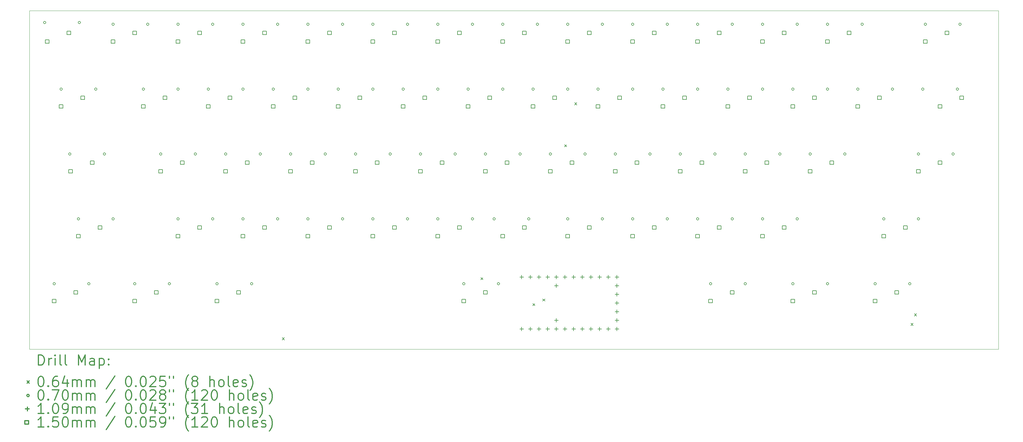
<source format=gbr>
%FSLAX45Y45*%
G04 Gerber Fmt 4.5, Leading zero omitted, Abs format (unit mm)*
G04 Created by KiCad (PCBNEW (2015-01-16 BZR 5376)-product) date 17/05/2015 19:03:44*
%MOMM*%
G01*
G04 APERTURE LIST*
%ADD10C,0.127000*%
%ADD11C,0.100000*%
%ADD12C,0.200000*%
%ADD13C,0.300000*%
G04 APERTURE END LIST*
D10*
D11*
X2753360Y-15509240D02*
X2788920Y-15509240D01*
X2753360Y-5567680D02*
X2753360Y-15509240D01*
X31175960Y-5567680D02*
X2753360Y-5567680D01*
X31175960Y-15509240D02*
X31175960Y-5567680D01*
X2794000Y-15509240D02*
X31175960Y-15509240D01*
D12*
X10168890Y-15172690D02*
X10232390Y-15236190D01*
X10232390Y-15172690D02*
X10168890Y-15236190D01*
X15995650Y-13409930D02*
X16059150Y-13473430D01*
X16059150Y-13409930D02*
X15995650Y-13473430D01*
X17519650Y-14171930D02*
X17583150Y-14235430D01*
X17583150Y-14171930D02*
X17519650Y-14235430D01*
X17809210Y-14034770D02*
X17872710Y-14098270D01*
X17872710Y-14034770D02*
X17809210Y-14098270D01*
X18449290Y-9503410D02*
X18512790Y-9566910D01*
X18512790Y-9503410D02*
X18449290Y-9566910D01*
X18743930Y-8274050D02*
X18807430Y-8337550D01*
X18807430Y-8274050D02*
X18743930Y-8337550D01*
X28609290Y-14751050D02*
X28672790Y-14814550D01*
X28672790Y-14751050D02*
X28609290Y-14814550D01*
X28710890Y-14471650D02*
X28774390Y-14535150D01*
X28774390Y-14471650D02*
X28710890Y-14535150D01*
X3235452Y-5918200D02*
G75*
G03X3235452Y-5918200I-35052J0D01*
G01*
X3514852Y-13589000D02*
G75*
G03X3514852Y-13589000I-35052J0D01*
G01*
X3718052Y-7874000D02*
G75*
G03X3718052Y-7874000I-35052J0D01*
G01*
X3972052Y-9779000D02*
G75*
G03X3972052Y-9779000I-35052J0D01*
G01*
X4226052Y-11684000D02*
G75*
G03X4226052Y-11684000I-35052J0D01*
G01*
X4251452Y-5918200D02*
G75*
G03X4251452Y-5918200I-35052J0D01*
G01*
X4530852Y-13589000D02*
G75*
G03X4530852Y-13589000I-35052J0D01*
G01*
X4734052Y-7874000D02*
G75*
G03X4734052Y-7874000I-35052J0D01*
G01*
X4988052Y-9779000D02*
G75*
G03X4988052Y-9779000I-35052J0D01*
G01*
X5242052Y-5969000D02*
G75*
G03X5242052Y-5969000I-35052J0D01*
G01*
X5242052Y-11684000D02*
G75*
G03X5242052Y-11684000I-35052J0D01*
G01*
X5877052Y-13589000D02*
G75*
G03X5877052Y-13589000I-35052J0D01*
G01*
X6131052Y-7874000D02*
G75*
G03X6131052Y-7874000I-35052J0D01*
G01*
X6258052Y-5969000D02*
G75*
G03X6258052Y-5969000I-35052J0D01*
G01*
X6639052Y-9779000D02*
G75*
G03X6639052Y-9779000I-35052J0D01*
G01*
X6893052Y-13589000D02*
G75*
G03X6893052Y-13589000I-35052J0D01*
G01*
X7147052Y-5969000D02*
G75*
G03X7147052Y-5969000I-35052J0D01*
G01*
X7147052Y-7874000D02*
G75*
G03X7147052Y-7874000I-35052J0D01*
G01*
X7147052Y-11684000D02*
G75*
G03X7147052Y-11684000I-35052J0D01*
G01*
X7655052Y-9779000D02*
G75*
G03X7655052Y-9779000I-35052J0D01*
G01*
X8036052Y-7874000D02*
G75*
G03X8036052Y-7874000I-35052J0D01*
G01*
X8163052Y-5969000D02*
G75*
G03X8163052Y-5969000I-35052J0D01*
G01*
X8163052Y-11684000D02*
G75*
G03X8163052Y-11684000I-35052J0D01*
G01*
X8290052Y-13589000D02*
G75*
G03X8290052Y-13589000I-35052J0D01*
G01*
X8544052Y-9779000D02*
G75*
G03X8544052Y-9779000I-35052J0D01*
G01*
X9052052Y-5969000D02*
G75*
G03X9052052Y-5969000I-35052J0D01*
G01*
X9052052Y-7874000D02*
G75*
G03X9052052Y-7874000I-35052J0D01*
G01*
X9052052Y-11684000D02*
G75*
G03X9052052Y-11684000I-35052J0D01*
G01*
X9306052Y-13589000D02*
G75*
G03X9306052Y-13589000I-35052J0D01*
G01*
X9560052Y-9779000D02*
G75*
G03X9560052Y-9779000I-35052J0D01*
G01*
X9941052Y-7874000D02*
G75*
G03X9941052Y-7874000I-35052J0D01*
G01*
X10068052Y-5969000D02*
G75*
G03X10068052Y-5969000I-35052J0D01*
G01*
X10068052Y-11684000D02*
G75*
G03X10068052Y-11684000I-35052J0D01*
G01*
X10449052Y-9779000D02*
G75*
G03X10449052Y-9779000I-35052J0D01*
G01*
X10957052Y-5969000D02*
G75*
G03X10957052Y-5969000I-35052J0D01*
G01*
X10957052Y-7874000D02*
G75*
G03X10957052Y-7874000I-35052J0D01*
G01*
X10957052Y-11684000D02*
G75*
G03X10957052Y-11684000I-35052J0D01*
G01*
X11465052Y-9779000D02*
G75*
G03X11465052Y-9779000I-35052J0D01*
G01*
X11846052Y-7874000D02*
G75*
G03X11846052Y-7874000I-35052J0D01*
G01*
X11973052Y-5969000D02*
G75*
G03X11973052Y-5969000I-35052J0D01*
G01*
X11973052Y-11684000D02*
G75*
G03X11973052Y-11684000I-35052J0D01*
G01*
X12354052Y-9779000D02*
G75*
G03X12354052Y-9779000I-35052J0D01*
G01*
X12862052Y-5969000D02*
G75*
G03X12862052Y-5969000I-35052J0D01*
G01*
X12862052Y-7874000D02*
G75*
G03X12862052Y-7874000I-35052J0D01*
G01*
X12862052Y-11684000D02*
G75*
G03X12862052Y-11684000I-35052J0D01*
G01*
X13370052Y-9779000D02*
G75*
G03X13370052Y-9779000I-35052J0D01*
G01*
X13751052Y-7874000D02*
G75*
G03X13751052Y-7874000I-35052J0D01*
G01*
X13878052Y-5969000D02*
G75*
G03X13878052Y-5969000I-35052J0D01*
G01*
X13878052Y-11684000D02*
G75*
G03X13878052Y-11684000I-35052J0D01*
G01*
X14259052Y-9779000D02*
G75*
G03X14259052Y-9779000I-35052J0D01*
G01*
X14767052Y-5969000D02*
G75*
G03X14767052Y-5969000I-35052J0D01*
G01*
X14767052Y-7874000D02*
G75*
G03X14767052Y-7874000I-35052J0D01*
G01*
X14767052Y-11684000D02*
G75*
G03X14767052Y-11684000I-35052J0D01*
G01*
X15275052Y-9779000D02*
G75*
G03X15275052Y-9779000I-35052J0D01*
G01*
X15529052Y-13589000D02*
G75*
G03X15529052Y-13589000I-35052J0D01*
G01*
X15656052Y-7874000D02*
G75*
G03X15656052Y-7874000I-35052J0D01*
G01*
X15783052Y-5969000D02*
G75*
G03X15783052Y-5969000I-35052J0D01*
G01*
X15783052Y-11684000D02*
G75*
G03X15783052Y-11684000I-35052J0D01*
G01*
X16164052Y-9779000D02*
G75*
G03X16164052Y-9779000I-35052J0D01*
G01*
X16418052Y-11684000D02*
G75*
G03X16418052Y-11684000I-35052J0D01*
G01*
X16545052Y-13589000D02*
G75*
G03X16545052Y-13589000I-35052J0D01*
G01*
X16672052Y-5969000D02*
G75*
G03X16672052Y-5969000I-35052J0D01*
G01*
X16672052Y-7874000D02*
G75*
G03X16672052Y-7874000I-35052J0D01*
G01*
X17180052Y-9779000D02*
G75*
G03X17180052Y-9779000I-35052J0D01*
G01*
X17434052Y-11684000D02*
G75*
G03X17434052Y-11684000I-35052J0D01*
G01*
X17561052Y-7874000D02*
G75*
G03X17561052Y-7874000I-35052J0D01*
G01*
X17688052Y-5969000D02*
G75*
G03X17688052Y-5969000I-35052J0D01*
G01*
X18069052Y-9779000D02*
G75*
G03X18069052Y-9779000I-35052J0D01*
G01*
X18577052Y-5969000D02*
G75*
G03X18577052Y-5969000I-35052J0D01*
G01*
X18577052Y-7874000D02*
G75*
G03X18577052Y-7874000I-35052J0D01*
G01*
X18577052Y-11684000D02*
G75*
G03X18577052Y-11684000I-35052J0D01*
G01*
X19085052Y-9779000D02*
G75*
G03X19085052Y-9779000I-35052J0D01*
G01*
X19466052Y-7874000D02*
G75*
G03X19466052Y-7874000I-35052J0D01*
G01*
X19593052Y-5969000D02*
G75*
G03X19593052Y-5969000I-35052J0D01*
G01*
X19593052Y-11684000D02*
G75*
G03X19593052Y-11684000I-35052J0D01*
G01*
X19974052Y-9779000D02*
G75*
G03X19974052Y-9779000I-35052J0D01*
G01*
X20482052Y-5969000D02*
G75*
G03X20482052Y-5969000I-35052J0D01*
G01*
X20482052Y-7874000D02*
G75*
G03X20482052Y-7874000I-35052J0D01*
G01*
X20482052Y-11684000D02*
G75*
G03X20482052Y-11684000I-35052J0D01*
G01*
X20990052Y-9779000D02*
G75*
G03X20990052Y-9779000I-35052J0D01*
G01*
X21371052Y-7874000D02*
G75*
G03X21371052Y-7874000I-35052J0D01*
G01*
X21498052Y-5969000D02*
G75*
G03X21498052Y-5969000I-35052J0D01*
G01*
X21498052Y-11684000D02*
G75*
G03X21498052Y-11684000I-35052J0D01*
G01*
X21879052Y-9779000D02*
G75*
G03X21879052Y-9779000I-35052J0D01*
G01*
X22387052Y-5969000D02*
G75*
G03X22387052Y-5969000I-35052J0D01*
G01*
X22387052Y-7874000D02*
G75*
G03X22387052Y-7874000I-35052J0D01*
G01*
X22387052Y-11684000D02*
G75*
G03X22387052Y-11684000I-35052J0D01*
G01*
X22768052Y-13589000D02*
G75*
G03X22768052Y-13589000I-35052J0D01*
G01*
X22895052Y-9779000D02*
G75*
G03X22895052Y-9779000I-35052J0D01*
G01*
X23276052Y-7874000D02*
G75*
G03X23276052Y-7874000I-35052J0D01*
G01*
X23403052Y-5969000D02*
G75*
G03X23403052Y-5969000I-35052J0D01*
G01*
X23403052Y-11684000D02*
G75*
G03X23403052Y-11684000I-35052J0D01*
G01*
X23784052Y-9779000D02*
G75*
G03X23784052Y-9779000I-35052J0D01*
G01*
X23784052Y-13589000D02*
G75*
G03X23784052Y-13589000I-35052J0D01*
G01*
X24292052Y-5969000D02*
G75*
G03X24292052Y-5969000I-35052J0D01*
G01*
X24292052Y-7874000D02*
G75*
G03X24292052Y-7874000I-35052J0D01*
G01*
X24292052Y-11684000D02*
G75*
G03X24292052Y-11684000I-35052J0D01*
G01*
X24800052Y-9779000D02*
G75*
G03X24800052Y-9779000I-35052J0D01*
G01*
X25181052Y-7874000D02*
G75*
G03X25181052Y-7874000I-35052J0D01*
G01*
X25181052Y-13589000D02*
G75*
G03X25181052Y-13589000I-35052J0D01*
G01*
X25308052Y-5969000D02*
G75*
G03X25308052Y-5969000I-35052J0D01*
G01*
X25308052Y-11684000D02*
G75*
G03X25308052Y-11684000I-35052J0D01*
G01*
X25689052Y-9779000D02*
G75*
G03X25689052Y-9779000I-35052J0D01*
G01*
X26197052Y-5969000D02*
G75*
G03X26197052Y-5969000I-35052J0D01*
G01*
X26197052Y-7874000D02*
G75*
G03X26197052Y-7874000I-35052J0D01*
G01*
X26197052Y-13589000D02*
G75*
G03X26197052Y-13589000I-35052J0D01*
G01*
X26705052Y-9779000D02*
G75*
G03X26705052Y-9779000I-35052J0D01*
G01*
X27086052Y-7874000D02*
G75*
G03X27086052Y-7874000I-35052J0D01*
G01*
X27213052Y-5969000D02*
G75*
G03X27213052Y-5969000I-35052J0D01*
G01*
X27594052Y-13589000D02*
G75*
G03X27594052Y-13589000I-35052J0D01*
G01*
X27848052Y-11684000D02*
G75*
G03X27848052Y-11684000I-35052J0D01*
G01*
X28102052Y-7874000D02*
G75*
G03X28102052Y-7874000I-35052J0D01*
G01*
X28610052Y-13589000D02*
G75*
G03X28610052Y-13589000I-35052J0D01*
G01*
X28864052Y-9779000D02*
G75*
G03X28864052Y-9779000I-35052J0D01*
G01*
X28864052Y-11684000D02*
G75*
G03X28864052Y-11684000I-35052J0D01*
G01*
X28991052Y-7874000D02*
G75*
G03X28991052Y-7874000I-35052J0D01*
G01*
X29067252Y-5969000D02*
G75*
G03X29067252Y-5969000I-35052J0D01*
G01*
X29880052Y-9779000D02*
G75*
G03X29880052Y-9779000I-35052J0D01*
G01*
X30007052Y-7874000D02*
G75*
G03X30007052Y-7874000I-35052J0D01*
G01*
X30083252Y-5969000D02*
G75*
G03X30083252Y-5969000I-35052J0D01*
G01*
X17190720Y-13336270D02*
X17190720Y-13445490D01*
X17136110Y-13390880D02*
X17245330Y-13390880D01*
X17190720Y-14860270D02*
X17190720Y-14969490D01*
X17136110Y-14914880D02*
X17245330Y-14914880D01*
X17444720Y-13336270D02*
X17444720Y-13445490D01*
X17390110Y-13390880D02*
X17499330Y-13390880D01*
X17444720Y-14860270D02*
X17444720Y-14969490D01*
X17390110Y-14914880D02*
X17499330Y-14914880D01*
X17698720Y-13336270D02*
X17698720Y-13445490D01*
X17644110Y-13390880D02*
X17753330Y-13390880D01*
X17698720Y-14860270D02*
X17698720Y-14969490D01*
X17644110Y-14914880D02*
X17753330Y-14914880D01*
X17952720Y-13336270D02*
X17952720Y-13445490D01*
X17898110Y-13390880D02*
X18007330Y-13390880D01*
X17952720Y-14860270D02*
X17952720Y-14969490D01*
X17898110Y-14914880D02*
X18007330Y-14914880D01*
X18206720Y-13336270D02*
X18206720Y-13445490D01*
X18152110Y-13390880D02*
X18261330Y-13390880D01*
X18206720Y-13590270D02*
X18206720Y-13699490D01*
X18152110Y-13644880D02*
X18261330Y-13644880D01*
X18206720Y-14606270D02*
X18206720Y-14715490D01*
X18152110Y-14660880D02*
X18261330Y-14660880D01*
X18206720Y-14860270D02*
X18206720Y-14969490D01*
X18152110Y-14914880D02*
X18261330Y-14914880D01*
X18460720Y-13336270D02*
X18460720Y-13445490D01*
X18406110Y-13390880D02*
X18515330Y-13390880D01*
X18460720Y-14860270D02*
X18460720Y-14969490D01*
X18406110Y-14914880D02*
X18515330Y-14914880D01*
X18714720Y-13336270D02*
X18714720Y-13445490D01*
X18660110Y-13390880D02*
X18769330Y-13390880D01*
X18714720Y-14860270D02*
X18714720Y-14969490D01*
X18660110Y-14914880D02*
X18769330Y-14914880D01*
X18968720Y-13336270D02*
X18968720Y-13445490D01*
X18914110Y-13390880D02*
X19023330Y-13390880D01*
X18968720Y-14860270D02*
X18968720Y-14969490D01*
X18914110Y-14914880D02*
X19023330Y-14914880D01*
X19222720Y-13336270D02*
X19222720Y-13445490D01*
X19168110Y-13390880D02*
X19277330Y-13390880D01*
X19222720Y-14860270D02*
X19222720Y-14969490D01*
X19168110Y-14914880D02*
X19277330Y-14914880D01*
X19476720Y-13336270D02*
X19476720Y-13445490D01*
X19422110Y-13390880D02*
X19531330Y-13390880D01*
X19476720Y-14860270D02*
X19476720Y-14969490D01*
X19422110Y-14914880D02*
X19531330Y-14914880D01*
X19730720Y-13336270D02*
X19730720Y-13445490D01*
X19676110Y-13390880D02*
X19785330Y-13390880D01*
X19730720Y-14860270D02*
X19730720Y-14969490D01*
X19676110Y-14914880D02*
X19785330Y-14914880D01*
X19984720Y-13336270D02*
X19984720Y-13445490D01*
X19930110Y-13390880D02*
X20039330Y-13390880D01*
X19984720Y-13590270D02*
X19984720Y-13699490D01*
X19930110Y-13644880D02*
X20039330Y-13644880D01*
X19984720Y-13844270D02*
X19984720Y-13953490D01*
X19930110Y-13898880D02*
X20039330Y-13898880D01*
X19984720Y-14098270D02*
X19984720Y-14207490D01*
X19930110Y-14152880D02*
X20039330Y-14152880D01*
X19984720Y-14352270D02*
X19984720Y-14461490D01*
X19930110Y-14406880D02*
X20039330Y-14406880D01*
X19984720Y-14606270D02*
X19984720Y-14715490D01*
X19930110Y-14660880D02*
X20039330Y-14660880D01*
X19984720Y-14860270D02*
X19984720Y-14969490D01*
X19930110Y-14914880D02*
X20039330Y-14914880D01*
X3329584Y-6529984D02*
X3329584Y-6424016D01*
X3223616Y-6424016D01*
X3223616Y-6529984D01*
X3329584Y-6529984D01*
X3532784Y-14149984D02*
X3532784Y-14044016D01*
X3426816Y-14044016D01*
X3426816Y-14149984D01*
X3532784Y-14149984D01*
X3735984Y-8434984D02*
X3735984Y-8329016D01*
X3630016Y-8329016D01*
X3630016Y-8434984D01*
X3735984Y-8434984D01*
X3964584Y-6275984D02*
X3964584Y-6170016D01*
X3858616Y-6170016D01*
X3858616Y-6275984D01*
X3964584Y-6275984D01*
X4015384Y-10339984D02*
X4015384Y-10234016D01*
X3909416Y-10234016D01*
X3909416Y-10339984D01*
X4015384Y-10339984D01*
X4167784Y-13895984D02*
X4167784Y-13790016D01*
X4061816Y-13790016D01*
X4061816Y-13895984D01*
X4167784Y-13895984D01*
X4243984Y-12244984D02*
X4243984Y-12139016D01*
X4138016Y-12139016D01*
X4138016Y-12244984D01*
X4243984Y-12244984D01*
X4370984Y-8180984D02*
X4370984Y-8075016D01*
X4265016Y-8075016D01*
X4265016Y-8180984D01*
X4370984Y-8180984D01*
X4650384Y-10085984D02*
X4650384Y-9980016D01*
X4544416Y-9980016D01*
X4544416Y-10085984D01*
X4650384Y-10085984D01*
X4878984Y-11990984D02*
X4878984Y-11885016D01*
X4773016Y-11885016D01*
X4773016Y-11990984D01*
X4878984Y-11990984D01*
X5259984Y-6529984D02*
X5259984Y-6424016D01*
X5154016Y-6424016D01*
X5154016Y-6529984D01*
X5259984Y-6529984D01*
X5894984Y-6275984D02*
X5894984Y-6170016D01*
X5789016Y-6170016D01*
X5789016Y-6275984D01*
X5894984Y-6275984D01*
X5894984Y-14149984D02*
X5894984Y-14044016D01*
X5789016Y-14044016D01*
X5789016Y-14149984D01*
X5894984Y-14149984D01*
X6148984Y-8434984D02*
X6148984Y-8329016D01*
X6043016Y-8329016D01*
X6043016Y-8434984D01*
X6148984Y-8434984D01*
X6529984Y-13895984D02*
X6529984Y-13790016D01*
X6424016Y-13790016D01*
X6424016Y-13895984D01*
X6529984Y-13895984D01*
X6656984Y-10339984D02*
X6656984Y-10234016D01*
X6551016Y-10234016D01*
X6551016Y-10339984D01*
X6656984Y-10339984D01*
X6783984Y-8180984D02*
X6783984Y-8075016D01*
X6678016Y-8075016D01*
X6678016Y-8180984D01*
X6783984Y-8180984D01*
X7164984Y-6529984D02*
X7164984Y-6424016D01*
X7059016Y-6424016D01*
X7059016Y-6529984D01*
X7164984Y-6529984D01*
X7164984Y-12244984D02*
X7164984Y-12139016D01*
X7059016Y-12139016D01*
X7059016Y-12244984D01*
X7164984Y-12244984D01*
X7291984Y-10085984D02*
X7291984Y-9980016D01*
X7186016Y-9980016D01*
X7186016Y-10085984D01*
X7291984Y-10085984D01*
X7799984Y-6275984D02*
X7799984Y-6170016D01*
X7694016Y-6170016D01*
X7694016Y-6275984D01*
X7799984Y-6275984D01*
X7799984Y-11990984D02*
X7799984Y-11885016D01*
X7694016Y-11885016D01*
X7694016Y-11990984D01*
X7799984Y-11990984D01*
X8053984Y-8434984D02*
X8053984Y-8329016D01*
X7948016Y-8329016D01*
X7948016Y-8434984D01*
X8053984Y-8434984D01*
X8307984Y-14149984D02*
X8307984Y-14044016D01*
X8202016Y-14044016D01*
X8202016Y-14149984D01*
X8307984Y-14149984D01*
X8561984Y-10339984D02*
X8561984Y-10234016D01*
X8456016Y-10234016D01*
X8456016Y-10339984D01*
X8561984Y-10339984D01*
X8688984Y-8180984D02*
X8688984Y-8075016D01*
X8583016Y-8075016D01*
X8583016Y-8180984D01*
X8688984Y-8180984D01*
X8942984Y-13895984D02*
X8942984Y-13790016D01*
X8837016Y-13790016D01*
X8837016Y-13895984D01*
X8942984Y-13895984D01*
X9069984Y-6529984D02*
X9069984Y-6424016D01*
X8964016Y-6424016D01*
X8964016Y-6529984D01*
X9069984Y-6529984D01*
X9069984Y-12244984D02*
X9069984Y-12139016D01*
X8964016Y-12139016D01*
X8964016Y-12244984D01*
X9069984Y-12244984D01*
X9196984Y-10085984D02*
X9196984Y-9980016D01*
X9091016Y-9980016D01*
X9091016Y-10085984D01*
X9196984Y-10085984D01*
X9704984Y-6275984D02*
X9704984Y-6170016D01*
X9599016Y-6170016D01*
X9599016Y-6275984D01*
X9704984Y-6275984D01*
X9704984Y-11990984D02*
X9704984Y-11885016D01*
X9599016Y-11885016D01*
X9599016Y-11990984D01*
X9704984Y-11990984D01*
X9958984Y-8434984D02*
X9958984Y-8329016D01*
X9853016Y-8329016D01*
X9853016Y-8434984D01*
X9958984Y-8434984D01*
X10466984Y-10339984D02*
X10466984Y-10234016D01*
X10361016Y-10234016D01*
X10361016Y-10339984D01*
X10466984Y-10339984D01*
X10593984Y-8180984D02*
X10593984Y-8075016D01*
X10488016Y-8075016D01*
X10488016Y-8180984D01*
X10593984Y-8180984D01*
X10974984Y-6529984D02*
X10974984Y-6424016D01*
X10869016Y-6424016D01*
X10869016Y-6529984D01*
X10974984Y-6529984D01*
X10974984Y-12244984D02*
X10974984Y-12139016D01*
X10869016Y-12139016D01*
X10869016Y-12244984D01*
X10974984Y-12244984D01*
X11101984Y-10085984D02*
X11101984Y-9980016D01*
X10996016Y-9980016D01*
X10996016Y-10085984D01*
X11101984Y-10085984D01*
X11609984Y-6275984D02*
X11609984Y-6170016D01*
X11504016Y-6170016D01*
X11504016Y-6275984D01*
X11609984Y-6275984D01*
X11609984Y-11990984D02*
X11609984Y-11885016D01*
X11504016Y-11885016D01*
X11504016Y-11990984D01*
X11609984Y-11990984D01*
X11863984Y-8434984D02*
X11863984Y-8329016D01*
X11758016Y-8329016D01*
X11758016Y-8434984D01*
X11863984Y-8434984D01*
X12371984Y-10339984D02*
X12371984Y-10234016D01*
X12266016Y-10234016D01*
X12266016Y-10339984D01*
X12371984Y-10339984D01*
X12498984Y-8180984D02*
X12498984Y-8075016D01*
X12393016Y-8075016D01*
X12393016Y-8180984D01*
X12498984Y-8180984D01*
X12879984Y-6529984D02*
X12879984Y-6424016D01*
X12774016Y-6424016D01*
X12774016Y-6529984D01*
X12879984Y-6529984D01*
X12879984Y-12244984D02*
X12879984Y-12139016D01*
X12774016Y-12139016D01*
X12774016Y-12244984D01*
X12879984Y-12244984D01*
X13006984Y-10085984D02*
X13006984Y-9980016D01*
X12901016Y-9980016D01*
X12901016Y-10085984D01*
X13006984Y-10085984D01*
X13514984Y-6275984D02*
X13514984Y-6170016D01*
X13409016Y-6170016D01*
X13409016Y-6275984D01*
X13514984Y-6275984D01*
X13514984Y-11990984D02*
X13514984Y-11885016D01*
X13409016Y-11885016D01*
X13409016Y-11990984D01*
X13514984Y-11990984D01*
X13768984Y-8434984D02*
X13768984Y-8329016D01*
X13663016Y-8329016D01*
X13663016Y-8434984D01*
X13768984Y-8434984D01*
X14276984Y-10339984D02*
X14276984Y-10234016D01*
X14171016Y-10234016D01*
X14171016Y-10339984D01*
X14276984Y-10339984D01*
X14403984Y-8180984D02*
X14403984Y-8075016D01*
X14298016Y-8075016D01*
X14298016Y-8180984D01*
X14403984Y-8180984D01*
X14784984Y-6529984D02*
X14784984Y-6424016D01*
X14679016Y-6424016D01*
X14679016Y-6529984D01*
X14784984Y-6529984D01*
X14784984Y-12244984D02*
X14784984Y-12139016D01*
X14679016Y-12139016D01*
X14679016Y-12244984D01*
X14784984Y-12244984D01*
X14911984Y-10085984D02*
X14911984Y-9980016D01*
X14806016Y-9980016D01*
X14806016Y-10085984D01*
X14911984Y-10085984D01*
X15419984Y-6275984D02*
X15419984Y-6170016D01*
X15314016Y-6170016D01*
X15314016Y-6275984D01*
X15419984Y-6275984D01*
X15419984Y-11990984D02*
X15419984Y-11885016D01*
X15314016Y-11885016D01*
X15314016Y-11990984D01*
X15419984Y-11990984D01*
X15546984Y-14149984D02*
X15546984Y-14044016D01*
X15441016Y-14044016D01*
X15441016Y-14149984D01*
X15546984Y-14149984D01*
X15673984Y-8434984D02*
X15673984Y-8329016D01*
X15568016Y-8329016D01*
X15568016Y-8434984D01*
X15673984Y-8434984D01*
X16181984Y-10339984D02*
X16181984Y-10234016D01*
X16076016Y-10234016D01*
X16076016Y-10339984D01*
X16181984Y-10339984D01*
X16181984Y-13895984D02*
X16181984Y-13790016D01*
X16076016Y-13790016D01*
X16076016Y-13895984D01*
X16181984Y-13895984D01*
X16308984Y-8180984D02*
X16308984Y-8075016D01*
X16203016Y-8075016D01*
X16203016Y-8180984D01*
X16308984Y-8180984D01*
X16689984Y-6529984D02*
X16689984Y-6424016D01*
X16584016Y-6424016D01*
X16584016Y-6529984D01*
X16689984Y-6529984D01*
X16689984Y-12244984D02*
X16689984Y-12139016D01*
X16584016Y-12139016D01*
X16584016Y-12244984D01*
X16689984Y-12244984D01*
X16816984Y-10085984D02*
X16816984Y-9980016D01*
X16711016Y-9980016D01*
X16711016Y-10085984D01*
X16816984Y-10085984D01*
X17324984Y-6275984D02*
X17324984Y-6170016D01*
X17219016Y-6170016D01*
X17219016Y-6275984D01*
X17324984Y-6275984D01*
X17324984Y-11990984D02*
X17324984Y-11885016D01*
X17219016Y-11885016D01*
X17219016Y-11990984D01*
X17324984Y-11990984D01*
X17578984Y-8434984D02*
X17578984Y-8329016D01*
X17473016Y-8329016D01*
X17473016Y-8434984D01*
X17578984Y-8434984D01*
X18086984Y-10339984D02*
X18086984Y-10234016D01*
X17981016Y-10234016D01*
X17981016Y-10339984D01*
X18086984Y-10339984D01*
X18213984Y-8180984D02*
X18213984Y-8075016D01*
X18108016Y-8075016D01*
X18108016Y-8180984D01*
X18213984Y-8180984D01*
X18594984Y-6529984D02*
X18594984Y-6424016D01*
X18489016Y-6424016D01*
X18489016Y-6529984D01*
X18594984Y-6529984D01*
X18594984Y-12244984D02*
X18594984Y-12139016D01*
X18489016Y-12139016D01*
X18489016Y-12244984D01*
X18594984Y-12244984D01*
X18721984Y-10085984D02*
X18721984Y-9980016D01*
X18616016Y-9980016D01*
X18616016Y-10085984D01*
X18721984Y-10085984D01*
X19229984Y-6275984D02*
X19229984Y-6170016D01*
X19124016Y-6170016D01*
X19124016Y-6275984D01*
X19229984Y-6275984D01*
X19229984Y-11990984D02*
X19229984Y-11885016D01*
X19124016Y-11885016D01*
X19124016Y-11990984D01*
X19229984Y-11990984D01*
X19483984Y-8434984D02*
X19483984Y-8329016D01*
X19378016Y-8329016D01*
X19378016Y-8434984D01*
X19483984Y-8434984D01*
X19991984Y-10339984D02*
X19991984Y-10234016D01*
X19886016Y-10234016D01*
X19886016Y-10339984D01*
X19991984Y-10339984D01*
X20118984Y-8180984D02*
X20118984Y-8075016D01*
X20013016Y-8075016D01*
X20013016Y-8180984D01*
X20118984Y-8180984D01*
X20499984Y-6529984D02*
X20499984Y-6424016D01*
X20394016Y-6424016D01*
X20394016Y-6529984D01*
X20499984Y-6529984D01*
X20499984Y-12244984D02*
X20499984Y-12139016D01*
X20394016Y-12139016D01*
X20394016Y-12244984D01*
X20499984Y-12244984D01*
X20626984Y-10085984D02*
X20626984Y-9980016D01*
X20521016Y-9980016D01*
X20521016Y-10085984D01*
X20626984Y-10085984D01*
X21134984Y-6275984D02*
X21134984Y-6170016D01*
X21029016Y-6170016D01*
X21029016Y-6275984D01*
X21134984Y-6275984D01*
X21134984Y-11990984D02*
X21134984Y-11885016D01*
X21029016Y-11885016D01*
X21029016Y-11990984D01*
X21134984Y-11990984D01*
X21388984Y-8434984D02*
X21388984Y-8329016D01*
X21283016Y-8329016D01*
X21283016Y-8434984D01*
X21388984Y-8434984D01*
X21896984Y-10339984D02*
X21896984Y-10234016D01*
X21791016Y-10234016D01*
X21791016Y-10339984D01*
X21896984Y-10339984D01*
X22023984Y-8180984D02*
X22023984Y-8075016D01*
X21918016Y-8075016D01*
X21918016Y-8180984D01*
X22023984Y-8180984D01*
X22404984Y-6529984D02*
X22404984Y-6424016D01*
X22299016Y-6424016D01*
X22299016Y-6529984D01*
X22404984Y-6529984D01*
X22404984Y-12244984D02*
X22404984Y-12139016D01*
X22299016Y-12139016D01*
X22299016Y-12244984D01*
X22404984Y-12244984D01*
X22531984Y-10085984D02*
X22531984Y-9980016D01*
X22426016Y-9980016D01*
X22426016Y-10085984D01*
X22531984Y-10085984D01*
X22785984Y-14149984D02*
X22785984Y-14044016D01*
X22680016Y-14044016D01*
X22680016Y-14149984D01*
X22785984Y-14149984D01*
X23039984Y-6275984D02*
X23039984Y-6170016D01*
X22934016Y-6170016D01*
X22934016Y-6275984D01*
X23039984Y-6275984D01*
X23039984Y-11990984D02*
X23039984Y-11885016D01*
X22934016Y-11885016D01*
X22934016Y-11990984D01*
X23039984Y-11990984D01*
X23293984Y-8434984D02*
X23293984Y-8329016D01*
X23188016Y-8329016D01*
X23188016Y-8434984D01*
X23293984Y-8434984D01*
X23420984Y-13895984D02*
X23420984Y-13790016D01*
X23315016Y-13790016D01*
X23315016Y-13895984D01*
X23420984Y-13895984D01*
X23801984Y-10339984D02*
X23801984Y-10234016D01*
X23696016Y-10234016D01*
X23696016Y-10339984D01*
X23801984Y-10339984D01*
X23928984Y-8180984D02*
X23928984Y-8075016D01*
X23823016Y-8075016D01*
X23823016Y-8180984D01*
X23928984Y-8180984D01*
X24309984Y-6529984D02*
X24309984Y-6424016D01*
X24204016Y-6424016D01*
X24204016Y-6529984D01*
X24309984Y-6529984D01*
X24309984Y-12244984D02*
X24309984Y-12139016D01*
X24204016Y-12139016D01*
X24204016Y-12244984D01*
X24309984Y-12244984D01*
X24436984Y-10085984D02*
X24436984Y-9980016D01*
X24331016Y-9980016D01*
X24331016Y-10085984D01*
X24436984Y-10085984D01*
X24944984Y-6275984D02*
X24944984Y-6170016D01*
X24839016Y-6170016D01*
X24839016Y-6275984D01*
X24944984Y-6275984D01*
X24944984Y-11990984D02*
X24944984Y-11885016D01*
X24839016Y-11885016D01*
X24839016Y-11990984D01*
X24944984Y-11990984D01*
X25198984Y-8434984D02*
X25198984Y-8329016D01*
X25093016Y-8329016D01*
X25093016Y-8434984D01*
X25198984Y-8434984D01*
X25198984Y-14149984D02*
X25198984Y-14044016D01*
X25093016Y-14044016D01*
X25093016Y-14149984D01*
X25198984Y-14149984D01*
X25706984Y-10339984D02*
X25706984Y-10234016D01*
X25601016Y-10234016D01*
X25601016Y-10339984D01*
X25706984Y-10339984D01*
X25833984Y-8180984D02*
X25833984Y-8075016D01*
X25728016Y-8075016D01*
X25728016Y-8180984D01*
X25833984Y-8180984D01*
X25833984Y-13895984D02*
X25833984Y-13790016D01*
X25728016Y-13790016D01*
X25728016Y-13895984D01*
X25833984Y-13895984D01*
X26214984Y-6529984D02*
X26214984Y-6424016D01*
X26109016Y-6424016D01*
X26109016Y-6529984D01*
X26214984Y-6529984D01*
X26341984Y-10085984D02*
X26341984Y-9980016D01*
X26236016Y-9980016D01*
X26236016Y-10085984D01*
X26341984Y-10085984D01*
X26849984Y-6275984D02*
X26849984Y-6170016D01*
X26744016Y-6170016D01*
X26744016Y-6275984D01*
X26849984Y-6275984D01*
X27103984Y-8434984D02*
X27103984Y-8329016D01*
X26998016Y-8329016D01*
X26998016Y-8434984D01*
X27103984Y-8434984D01*
X27611984Y-14149984D02*
X27611984Y-14044016D01*
X27506016Y-14044016D01*
X27506016Y-14149984D01*
X27611984Y-14149984D01*
X27738984Y-8180984D02*
X27738984Y-8075016D01*
X27633016Y-8075016D01*
X27633016Y-8180984D01*
X27738984Y-8180984D01*
X27865984Y-12244984D02*
X27865984Y-12139016D01*
X27760016Y-12139016D01*
X27760016Y-12244984D01*
X27865984Y-12244984D01*
X28246984Y-13895984D02*
X28246984Y-13790016D01*
X28141016Y-13790016D01*
X28141016Y-13895984D01*
X28246984Y-13895984D01*
X28500984Y-11990984D02*
X28500984Y-11885016D01*
X28395016Y-11885016D01*
X28395016Y-11990984D01*
X28500984Y-11990984D01*
X28881984Y-10339984D02*
X28881984Y-10234016D01*
X28776016Y-10234016D01*
X28776016Y-10339984D01*
X28881984Y-10339984D01*
X29085184Y-6529984D02*
X29085184Y-6424016D01*
X28979216Y-6424016D01*
X28979216Y-6529984D01*
X29085184Y-6529984D01*
X29516984Y-8434984D02*
X29516984Y-8329016D01*
X29411016Y-8329016D01*
X29411016Y-8434984D01*
X29516984Y-8434984D01*
X29516984Y-10085984D02*
X29516984Y-9980016D01*
X29411016Y-9980016D01*
X29411016Y-10085984D01*
X29516984Y-10085984D01*
X29720184Y-6275984D02*
X29720184Y-6170016D01*
X29614216Y-6170016D01*
X29614216Y-6275984D01*
X29720184Y-6275984D01*
X30151984Y-8180984D02*
X30151984Y-8075016D01*
X30046016Y-8075016D01*
X30046016Y-8180984D01*
X30151984Y-8180984D01*
D13*
X3019788Y-15979954D02*
X3019788Y-15679954D01*
X3091217Y-15679954D01*
X3134074Y-15694240D01*
X3162646Y-15722811D01*
X3176931Y-15751383D01*
X3191217Y-15808526D01*
X3191217Y-15851383D01*
X3176931Y-15908526D01*
X3162646Y-15937097D01*
X3134074Y-15965669D01*
X3091217Y-15979954D01*
X3019788Y-15979954D01*
X3319788Y-15979954D02*
X3319788Y-15779954D01*
X3319788Y-15837097D02*
X3334074Y-15808526D01*
X3348360Y-15794240D01*
X3376931Y-15779954D01*
X3405503Y-15779954D01*
X3505503Y-15979954D02*
X3505503Y-15779954D01*
X3505503Y-15679954D02*
X3491217Y-15694240D01*
X3505503Y-15708526D01*
X3519788Y-15694240D01*
X3505503Y-15679954D01*
X3505503Y-15708526D01*
X3691217Y-15979954D02*
X3662646Y-15965669D01*
X3648360Y-15937097D01*
X3648360Y-15679954D01*
X3848360Y-15979954D02*
X3819788Y-15965669D01*
X3805503Y-15937097D01*
X3805503Y-15679954D01*
X4191217Y-15979954D02*
X4191217Y-15679954D01*
X4291217Y-15894240D01*
X4391217Y-15679954D01*
X4391217Y-15979954D01*
X4662646Y-15979954D02*
X4662646Y-15822811D01*
X4648360Y-15794240D01*
X4619789Y-15779954D01*
X4562646Y-15779954D01*
X4534074Y-15794240D01*
X4662646Y-15965669D02*
X4634074Y-15979954D01*
X4562646Y-15979954D01*
X4534074Y-15965669D01*
X4519789Y-15937097D01*
X4519789Y-15908526D01*
X4534074Y-15879954D01*
X4562646Y-15865669D01*
X4634074Y-15865669D01*
X4662646Y-15851383D01*
X4805503Y-15779954D02*
X4805503Y-16079954D01*
X4805503Y-15794240D02*
X4834074Y-15779954D01*
X4891217Y-15779954D01*
X4919789Y-15794240D01*
X4934074Y-15808526D01*
X4948360Y-15837097D01*
X4948360Y-15922811D01*
X4934074Y-15951383D01*
X4919789Y-15965669D01*
X4891217Y-15979954D01*
X4834074Y-15979954D01*
X4805503Y-15965669D01*
X5076931Y-15951383D02*
X5091217Y-15965669D01*
X5076931Y-15979954D01*
X5062646Y-15965669D01*
X5076931Y-15951383D01*
X5076931Y-15979954D01*
X5076931Y-15794240D02*
X5091217Y-15808526D01*
X5076931Y-15822811D01*
X5062646Y-15808526D01*
X5076931Y-15794240D01*
X5076931Y-15822811D01*
X2684860Y-16442490D02*
X2748360Y-16505990D01*
X2748360Y-16442490D02*
X2684860Y-16505990D01*
X3076931Y-16309954D02*
X3105503Y-16309954D01*
X3134074Y-16324240D01*
X3148360Y-16338526D01*
X3162646Y-16367097D01*
X3176931Y-16424240D01*
X3176931Y-16495669D01*
X3162646Y-16552811D01*
X3148360Y-16581383D01*
X3134074Y-16595669D01*
X3105503Y-16609954D01*
X3076931Y-16609954D01*
X3048360Y-16595669D01*
X3034074Y-16581383D01*
X3019788Y-16552811D01*
X3005503Y-16495669D01*
X3005503Y-16424240D01*
X3019788Y-16367097D01*
X3034074Y-16338526D01*
X3048360Y-16324240D01*
X3076931Y-16309954D01*
X3305503Y-16581383D02*
X3319788Y-16595669D01*
X3305503Y-16609954D01*
X3291217Y-16595669D01*
X3305503Y-16581383D01*
X3305503Y-16609954D01*
X3576931Y-16309954D02*
X3519788Y-16309954D01*
X3491217Y-16324240D01*
X3476931Y-16338526D01*
X3448360Y-16381383D01*
X3434074Y-16438526D01*
X3434074Y-16552811D01*
X3448360Y-16581383D01*
X3462646Y-16595669D01*
X3491217Y-16609954D01*
X3548360Y-16609954D01*
X3576931Y-16595669D01*
X3591217Y-16581383D01*
X3605503Y-16552811D01*
X3605503Y-16481383D01*
X3591217Y-16452811D01*
X3576931Y-16438526D01*
X3548360Y-16424240D01*
X3491217Y-16424240D01*
X3462646Y-16438526D01*
X3448360Y-16452811D01*
X3434074Y-16481383D01*
X3862646Y-16409954D02*
X3862646Y-16609954D01*
X3791217Y-16295669D02*
X3719788Y-16509954D01*
X3905503Y-16509954D01*
X4019788Y-16609954D02*
X4019788Y-16409954D01*
X4019788Y-16438526D02*
X4034074Y-16424240D01*
X4062646Y-16409954D01*
X4105503Y-16409954D01*
X4134074Y-16424240D01*
X4148360Y-16452811D01*
X4148360Y-16609954D01*
X4148360Y-16452811D02*
X4162646Y-16424240D01*
X4191217Y-16409954D01*
X4234074Y-16409954D01*
X4262646Y-16424240D01*
X4276931Y-16452811D01*
X4276931Y-16609954D01*
X4419789Y-16609954D02*
X4419789Y-16409954D01*
X4419789Y-16438526D02*
X4434074Y-16424240D01*
X4462646Y-16409954D01*
X4505503Y-16409954D01*
X4534074Y-16424240D01*
X4548360Y-16452811D01*
X4548360Y-16609954D01*
X4548360Y-16452811D02*
X4562646Y-16424240D01*
X4591217Y-16409954D01*
X4634074Y-16409954D01*
X4662646Y-16424240D01*
X4676931Y-16452811D01*
X4676931Y-16609954D01*
X5262646Y-16295669D02*
X5005503Y-16681383D01*
X5648360Y-16309954D02*
X5676931Y-16309954D01*
X5705503Y-16324240D01*
X5719788Y-16338526D01*
X5734074Y-16367097D01*
X5748360Y-16424240D01*
X5748360Y-16495669D01*
X5734074Y-16552811D01*
X5719788Y-16581383D01*
X5705503Y-16595669D01*
X5676931Y-16609954D01*
X5648360Y-16609954D01*
X5619788Y-16595669D01*
X5605503Y-16581383D01*
X5591217Y-16552811D01*
X5576931Y-16495669D01*
X5576931Y-16424240D01*
X5591217Y-16367097D01*
X5605503Y-16338526D01*
X5619788Y-16324240D01*
X5648360Y-16309954D01*
X5876931Y-16581383D02*
X5891217Y-16595669D01*
X5876931Y-16609954D01*
X5862646Y-16595669D01*
X5876931Y-16581383D01*
X5876931Y-16609954D01*
X6076931Y-16309954D02*
X6105503Y-16309954D01*
X6134074Y-16324240D01*
X6148360Y-16338526D01*
X6162645Y-16367097D01*
X6176931Y-16424240D01*
X6176931Y-16495669D01*
X6162645Y-16552811D01*
X6148360Y-16581383D01*
X6134074Y-16595669D01*
X6105503Y-16609954D01*
X6076931Y-16609954D01*
X6048360Y-16595669D01*
X6034074Y-16581383D01*
X6019788Y-16552811D01*
X6005503Y-16495669D01*
X6005503Y-16424240D01*
X6019788Y-16367097D01*
X6034074Y-16338526D01*
X6048360Y-16324240D01*
X6076931Y-16309954D01*
X6291217Y-16338526D02*
X6305503Y-16324240D01*
X6334074Y-16309954D01*
X6405503Y-16309954D01*
X6434074Y-16324240D01*
X6448360Y-16338526D01*
X6462645Y-16367097D01*
X6462645Y-16395669D01*
X6448360Y-16438526D01*
X6276931Y-16609954D01*
X6462645Y-16609954D01*
X6734074Y-16309954D02*
X6591217Y-16309954D01*
X6576931Y-16452811D01*
X6591217Y-16438526D01*
X6619788Y-16424240D01*
X6691217Y-16424240D01*
X6719788Y-16438526D01*
X6734074Y-16452811D01*
X6748360Y-16481383D01*
X6748360Y-16552811D01*
X6734074Y-16581383D01*
X6719788Y-16595669D01*
X6691217Y-16609954D01*
X6619788Y-16609954D01*
X6591217Y-16595669D01*
X6576931Y-16581383D01*
X6862646Y-16309954D02*
X6862646Y-16367097D01*
X6976931Y-16309954D02*
X6976931Y-16367097D01*
X7419788Y-16724240D02*
X7405503Y-16709954D01*
X7376931Y-16667097D01*
X7362645Y-16638526D01*
X7348360Y-16595669D01*
X7334074Y-16524240D01*
X7334074Y-16467097D01*
X7348360Y-16395669D01*
X7362645Y-16352811D01*
X7376931Y-16324240D01*
X7405503Y-16281383D01*
X7419788Y-16267097D01*
X7576931Y-16438526D02*
X7548360Y-16424240D01*
X7534074Y-16409954D01*
X7519788Y-16381383D01*
X7519788Y-16367097D01*
X7534074Y-16338526D01*
X7548360Y-16324240D01*
X7576931Y-16309954D01*
X7634074Y-16309954D01*
X7662645Y-16324240D01*
X7676931Y-16338526D01*
X7691217Y-16367097D01*
X7691217Y-16381383D01*
X7676931Y-16409954D01*
X7662645Y-16424240D01*
X7634074Y-16438526D01*
X7576931Y-16438526D01*
X7548360Y-16452811D01*
X7534074Y-16467097D01*
X7519788Y-16495669D01*
X7519788Y-16552811D01*
X7534074Y-16581383D01*
X7548360Y-16595669D01*
X7576931Y-16609954D01*
X7634074Y-16609954D01*
X7662645Y-16595669D01*
X7676931Y-16581383D01*
X7691217Y-16552811D01*
X7691217Y-16495669D01*
X7676931Y-16467097D01*
X7662645Y-16452811D01*
X7634074Y-16438526D01*
X8048360Y-16609954D02*
X8048360Y-16309954D01*
X8176931Y-16609954D02*
X8176931Y-16452811D01*
X8162645Y-16424240D01*
X8134074Y-16409954D01*
X8091217Y-16409954D01*
X8062645Y-16424240D01*
X8048360Y-16438526D01*
X8362645Y-16609954D02*
X8334074Y-16595669D01*
X8319788Y-16581383D01*
X8305503Y-16552811D01*
X8305503Y-16467097D01*
X8319788Y-16438526D01*
X8334074Y-16424240D01*
X8362645Y-16409954D01*
X8405503Y-16409954D01*
X8434074Y-16424240D01*
X8448360Y-16438526D01*
X8462646Y-16467097D01*
X8462646Y-16552811D01*
X8448360Y-16581383D01*
X8434074Y-16595669D01*
X8405503Y-16609954D01*
X8362645Y-16609954D01*
X8634074Y-16609954D02*
X8605503Y-16595669D01*
X8591217Y-16567097D01*
X8591217Y-16309954D01*
X8862646Y-16595669D02*
X8834074Y-16609954D01*
X8776931Y-16609954D01*
X8748360Y-16595669D01*
X8734074Y-16567097D01*
X8734074Y-16452811D01*
X8748360Y-16424240D01*
X8776931Y-16409954D01*
X8834074Y-16409954D01*
X8862646Y-16424240D01*
X8876931Y-16452811D01*
X8876931Y-16481383D01*
X8734074Y-16509954D01*
X8991217Y-16595669D02*
X9019789Y-16609954D01*
X9076931Y-16609954D01*
X9105503Y-16595669D01*
X9119789Y-16567097D01*
X9119789Y-16552811D01*
X9105503Y-16524240D01*
X9076931Y-16509954D01*
X9034074Y-16509954D01*
X9005503Y-16495669D01*
X8991217Y-16467097D01*
X8991217Y-16452811D01*
X9005503Y-16424240D01*
X9034074Y-16409954D01*
X9076931Y-16409954D01*
X9105503Y-16424240D01*
X9219788Y-16724240D02*
X9234074Y-16709954D01*
X9262646Y-16667097D01*
X9276931Y-16638526D01*
X9291217Y-16595669D01*
X9305503Y-16524240D01*
X9305503Y-16467097D01*
X9291217Y-16395669D01*
X9276931Y-16352811D01*
X9262646Y-16324240D01*
X9234074Y-16281383D01*
X9219788Y-16267097D01*
X2748360Y-16870240D02*
G75*
G03X2748360Y-16870240I-35052J0D01*
G01*
X3076931Y-16705954D02*
X3105503Y-16705954D01*
X3134074Y-16720240D01*
X3148360Y-16734526D01*
X3162646Y-16763097D01*
X3176931Y-16820240D01*
X3176931Y-16891669D01*
X3162646Y-16948812D01*
X3148360Y-16977383D01*
X3134074Y-16991669D01*
X3105503Y-17005954D01*
X3076931Y-17005954D01*
X3048360Y-16991669D01*
X3034074Y-16977383D01*
X3019788Y-16948812D01*
X3005503Y-16891669D01*
X3005503Y-16820240D01*
X3019788Y-16763097D01*
X3034074Y-16734526D01*
X3048360Y-16720240D01*
X3076931Y-16705954D01*
X3305503Y-16977383D02*
X3319788Y-16991669D01*
X3305503Y-17005954D01*
X3291217Y-16991669D01*
X3305503Y-16977383D01*
X3305503Y-17005954D01*
X3419788Y-16705954D02*
X3619788Y-16705954D01*
X3491217Y-17005954D01*
X3791217Y-16705954D02*
X3819788Y-16705954D01*
X3848360Y-16720240D01*
X3862646Y-16734526D01*
X3876931Y-16763097D01*
X3891217Y-16820240D01*
X3891217Y-16891669D01*
X3876931Y-16948812D01*
X3862646Y-16977383D01*
X3848360Y-16991669D01*
X3819788Y-17005954D01*
X3791217Y-17005954D01*
X3762646Y-16991669D01*
X3748360Y-16977383D01*
X3734074Y-16948812D01*
X3719788Y-16891669D01*
X3719788Y-16820240D01*
X3734074Y-16763097D01*
X3748360Y-16734526D01*
X3762646Y-16720240D01*
X3791217Y-16705954D01*
X4019788Y-17005954D02*
X4019788Y-16805954D01*
X4019788Y-16834526D02*
X4034074Y-16820240D01*
X4062646Y-16805954D01*
X4105503Y-16805954D01*
X4134074Y-16820240D01*
X4148360Y-16848812D01*
X4148360Y-17005954D01*
X4148360Y-16848812D02*
X4162646Y-16820240D01*
X4191217Y-16805954D01*
X4234074Y-16805954D01*
X4262646Y-16820240D01*
X4276931Y-16848812D01*
X4276931Y-17005954D01*
X4419789Y-17005954D02*
X4419789Y-16805954D01*
X4419789Y-16834526D02*
X4434074Y-16820240D01*
X4462646Y-16805954D01*
X4505503Y-16805954D01*
X4534074Y-16820240D01*
X4548360Y-16848812D01*
X4548360Y-17005954D01*
X4548360Y-16848812D02*
X4562646Y-16820240D01*
X4591217Y-16805954D01*
X4634074Y-16805954D01*
X4662646Y-16820240D01*
X4676931Y-16848812D01*
X4676931Y-17005954D01*
X5262646Y-16691669D02*
X5005503Y-17077383D01*
X5648360Y-16705954D02*
X5676931Y-16705954D01*
X5705503Y-16720240D01*
X5719788Y-16734526D01*
X5734074Y-16763097D01*
X5748360Y-16820240D01*
X5748360Y-16891669D01*
X5734074Y-16948812D01*
X5719788Y-16977383D01*
X5705503Y-16991669D01*
X5676931Y-17005954D01*
X5648360Y-17005954D01*
X5619788Y-16991669D01*
X5605503Y-16977383D01*
X5591217Y-16948812D01*
X5576931Y-16891669D01*
X5576931Y-16820240D01*
X5591217Y-16763097D01*
X5605503Y-16734526D01*
X5619788Y-16720240D01*
X5648360Y-16705954D01*
X5876931Y-16977383D02*
X5891217Y-16991669D01*
X5876931Y-17005954D01*
X5862646Y-16991669D01*
X5876931Y-16977383D01*
X5876931Y-17005954D01*
X6076931Y-16705954D02*
X6105503Y-16705954D01*
X6134074Y-16720240D01*
X6148360Y-16734526D01*
X6162645Y-16763097D01*
X6176931Y-16820240D01*
X6176931Y-16891669D01*
X6162645Y-16948812D01*
X6148360Y-16977383D01*
X6134074Y-16991669D01*
X6105503Y-17005954D01*
X6076931Y-17005954D01*
X6048360Y-16991669D01*
X6034074Y-16977383D01*
X6019788Y-16948812D01*
X6005503Y-16891669D01*
X6005503Y-16820240D01*
X6019788Y-16763097D01*
X6034074Y-16734526D01*
X6048360Y-16720240D01*
X6076931Y-16705954D01*
X6291217Y-16734526D02*
X6305503Y-16720240D01*
X6334074Y-16705954D01*
X6405503Y-16705954D01*
X6434074Y-16720240D01*
X6448360Y-16734526D01*
X6462645Y-16763097D01*
X6462645Y-16791669D01*
X6448360Y-16834526D01*
X6276931Y-17005954D01*
X6462645Y-17005954D01*
X6634074Y-16834526D02*
X6605503Y-16820240D01*
X6591217Y-16805954D01*
X6576931Y-16777383D01*
X6576931Y-16763097D01*
X6591217Y-16734526D01*
X6605503Y-16720240D01*
X6634074Y-16705954D01*
X6691217Y-16705954D01*
X6719788Y-16720240D01*
X6734074Y-16734526D01*
X6748360Y-16763097D01*
X6748360Y-16777383D01*
X6734074Y-16805954D01*
X6719788Y-16820240D01*
X6691217Y-16834526D01*
X6634074Y-16834526D01*
X6605503Y-16848812D01*
X6591217Y-16863097D01*
X6576931Y-16891669D01*
X6576931Y-16948812D01*
X6591217Y-16977383D01*
X6605503Y-16991669D01*
X6634074Y-17005954D01*
X6691217Y-17005954D01*
X6719788Y-16991669D01*
X6734074Y-16977383D01*
X6748360Y-16948812D01*
X6748360Y-16891669D01*
X6734074Y-16863097D01*
X6719788Y-16848812D01*
X6691217Y-16834526D01*
X6862646Y-16705954D02*
X6862646Y-16763097D01*
X6976931Y-16705954D02*
X6976931Y-16763097D01*
X7419788Y-17120240D02*
X7405503Y-17105954D01*
X7376931Y-17063097D01*
X7362645Y-17034526D01*
X7348360Y-16991669D01*
X7334074Y-16920240D01*
X7334074Y-16863097D01*
X7348360Y-16791669D01*
X7362645Y-16748811D01*
X7376931Y-16720240D01*
X7405503Y-16677383D01*
X7419788Y-16663097D01*
X7691217Y-17005954D02*
X7519788Y-17005954D01*
X7605503Y-17005954D02*
X7605503Y-16705954D01*
X7576931Y-16748811D01*
X7548360Y-16777383D01*
X7519788Y-16791669D01*
X7805503Y-16734526D02*
X7819788Y-16720240D01*
X7848360Y-16705954D01*
X7919788Y-16705954D01*
X7948360Y-16720240D01*
X7962645Y-16734526D01*
X7976931Y-16763097D01*
X7976931Y-16791669D01*
X7962645Y-16834526D01*
X7791217Y-17005954D01*
X7976931Y-17005954D01*
X8162645Y-16705954D02*
X8191217Y-16705954D01*
X8219788Y-16720240D01*
X8234074Y-16734526D01*
X8248360Y-16763097D01*
X8262645Y-16820240D01*
X8262645Y-16891669D01*
X8248360Y-16948812D01*
X8234074Y-16977383D01*
X8219788Y-16991669D01*
X8191217Y-17005954D01*
X8162645Y-17005954D01*
X8134074Y-16991669D01*
X8119788Y-16977383D01*
X8105503Y-16948812D01*
X8091217Y-16891669D01*
X8091217Y-16820240D01*
X8105503Y-16763097D01*
X8119788Y-16734526D01*
X8134074Y-16720240D01*
X8162645Y-16705954D01*
X8619788Y-17005954D02*
X8619788Y-16705954D01*
X8748360Y-17005954D02*
X8748360Y-16848812D01*
X8734074Y-16820240D01*
X8705503Y-16805954D01*
X8662646Y-16805954D01*
X8634074Y-16820240D01*
X8619788Y-16834526D01*
X8934074Y-17005954D02*
X8905503Y-16991669D01*
X8891217Y-16977383D01*
X8876931Y-16948812D01*
X8876931Y-16863097D01*
X8891217Y-16834526D01*
X8905503Y-16820240D01*
X8934074Y-16805954D01*
X8976931Y-16805954D01*
X9005503Y-16820240D01*
X9019788Y-16834526D01*
X9034074Y-16863097D01*
X9034074Y-16948812D01*
X9019788Y-16977383D01*
X9005503Y-16991669D01*
X8976931Y-17005954D01*
X8934074Y-17005954D01*
X9205503Y-17005954D02*
X9176931Y-16991669D01*
X9162646Y-16963097D01*
X9162646Y-16705954D01*
X9434074Y-16991669D02*
X9405503Y-17005954D01*
X9348360Y-17005954D01*
X9319789Y-16991669D01*
X9305503Y-16963097D01*
X9305503Y-16848812D01*
X9319789Y-16820240D01*
X9348360Y-16805954D01*
X9405503Y-16805954D01*
X9434074Y-16820240D01*
X9448360Y-16848812D01*
X9448360Y-16877383D01*
X9305503Y-16905954D01*
X9562646Y-16991669D02*
X9591217Y-17005954D01*
X9648360Y-17005954D01*
X9676931Y-16991669D01*
X9691217Y-16963097D01*
X9691217Y-16948812D01*
X9676931Y-16920240D01*
X9648360Y-16905954D01*
X9605503Y-16905954D01*
X9576931Y-16891669D01*
X9562646Y-16863097D01*
X9562646Y-16848812D01*
X9576931Y-16820240D01*
X9605503Y-16805954D01*
X9648360Y-16805954D01*
X9676931Y-16820240D01*
X9791217Y-17120240D02*
X9805503Y-17105954D01*
X9834074Y-17063097D01*
X9848360Y-17034526D01*
X9862646Y-16991669D01*
X9876931Y-16920240D01*
X9876931Y-16863097D01*
X9862646Y-16791669D01*
X9848360Y-16748811D01*
X9834074Y-16720240D01*
X9805503Y-16677383D01*
X9791217Y-16663097D01*
X2693750Y-17211630D02*
X2693750Y-17320850D01*
X2639140Y-17266240D02*
X2748360Y-17266240D01*
X3176931Y-17401954D02*
X3005503Y-17401954D01*
X3091217Y-17401954D02*
X3091217Y-17101954D01*
X3062646Y-17144812D01*
X3034074Y-17173383D01*
X3005503Y-17187669D01*
X3305503Y-17373383D02*
X3319788Y-17387669D01*
X3305503Y-17401954D01*
X3291217Y-17387669D01*
X3305503Y-17373383D01*
X3305503Y-17401954D01*
X3505503Y-17101954D02*
X3534074Y-17101954D01*
X3562646Y-17116240D01*
X3576931Y-17130526D01*
X3591217Y-17159097D01*
X3605503Y-17216240D01*
X3605503Y-17287669D01*
X3591217Y-17344812D01*
X3576931Y-17373383D01*
X3562646Y-17387669D01*
X3534074Y-17401954D01*
X3505503Y-17401954D01*
X3476931Y-17387669D01*
X3462646Y-17373383D01*
X3448360Y-17344812D01*
X3434074Y-17287669D01*
X3434074Y-17216240D01*
X3448360Y-17159097D01*
X3462646Y-17130526D01*
X3476931Y-17116240D01*
X3505503Y-17101954D01*
X3748360Y-17401954D02*
X3805503Y-17401954D01*
X3834074Y-17387669D01*
X3848360Y-17373383D01*
X3876931Y-17330526D01*
X3891217Y-17273383D01*
X3891217Y-17159097D01*
X3876931Y-17130526D01*
X3862646Y-17116240D01*
X3834074Y-17101954D01*
X3776931Y-17101954D01*
X3748360Y-17116240D01*
X3734074Y-17130526D01*
X3719788Y-17159097D01*
X3719788Y-17230526D01*
X3734074Y-17259097D01*
X3748360Y-17273383D01*
X3776931Y-17287669D01*
X3834074Y-17287669D01*
X3862646Y-17273383D01*
X3876931Y-17259097D01*
X3891217Y-17230526D01*
X4019788Y-17401954D02*
X4019788Y-17201954D01*
X4019788Y-17230526D02*
X4034074Y-17216240D01*
X4062646Y-17201954D01*
X4105503Y-17201954D01*
X4134074Y-17216240D01*
X4148360Y-17244812D01*
X4148360Y-17401954D01*
X4148360Y-17244812D02*
X4162646Y-17216240D01*
X4191217Y-17201954D01*
X4234074Y-17201954D01*
X4262646Y-17216240D01*
X4276931Y-17244812D01*
X4276931Y-17401954D01*
X4419789Y-17401954D02*
X4419789Y-17201954D01*
X4419789Y-17230526D02*
X4434074Y-17216240D01*
X4462646Y-17201954D01*
X4505503Y-17201954D01*
X4534074Y-17216240D01*
X4548360Y-17244812D01*
X4548360Y-17401954D01*
X4548360Y-17244812D02*
X4562646Y-17216240D01*
X4591217Y-17201954D01*
X4634074Y-17201954D01*
X4662646Y-17216240D01*
X4676931Y-17244812D01*
X4676931Y-17401954D01*
X5262646Y-17087669D02*
X5005503Y-17473383D01*
X5648360Y-17101954D02*
X5676931Y-17101954D01*
X5705503Y-17116240D01*
X5719788Y-17130526D01*
X5734074Y-17159097D01*
X5748360Y-17216240D01*
X5748360Y-17287669D01*
X5734074Y-17344812D01*
X5719788Y-17373383D01*
X5705503Y-17387669D01*
X5676931Y-17401954D01*
X5648360Y-17401954D01*
X5619788Y-17387669D01*
X5605503Y-17373383D01*
X5591217Y-17344812D01*
X5576931Y-17287669D01*
X5576931Y-17216240D01*
X5591217Y-17159097D01*
X5605503Y-17130526D01*
X5619788Y-17116240D01*
X5648360Y-17101954D01*
X5876931Y-17373383D02*
X5891217Y-17387669D01*
X5876931Y-17401954D01*
X5862646Y-17387669D01*
X5876931Y-17373383D01*
X5876931Y-17401954D01*
X6076931Y-17101954D02*
X6105503Y-17101954D01*
X6134074Y-17116240D01*
X6148360Y-17130526D01*
X6162645Y-17159097D01*
X6176931Y-17216240D01*
X6176931Y-17287669D01*
X6162645Y-17344812D01*
X6148360Y-17373383D01*
X6134074Y-17387669D01*
X6105503Y-17401954D01*
X6076931Y-17401954D01*
X6048360Y-17387669D01*
X6034074Y-17373383D01*
X6019788Y-17344812D01*
X6005503Y-17287669D01*
X6005503Y-17216240D01*
X6019788Y-17159097D01*
X6034074Y-17130526D01*
X6048360Y-17116240D01*
X6076931Y-17101954D01*
X6434074Y-17201954D02*
X6434074Y-17401954D01*
X6362645Y-17087669D02*
X6291217Y-17301954D01*
X6476931Y-17301954D01*
X6562645Y-17101954D02*
X6748360Y-17101954D01*
X6648360Y-17216240D01*
X6691217Y-17216240D01*
X6719788Y-17230526D01*
X6734074Y-17244812D01*
X6748360Y-17273383D01*
X6748360Y-17344812D01*
X6734074Y-17373383D01*
X6719788Y-17387669D01*
X6691217Y-17401954D01*
X6605503Y-17401954D01*
X6576931Y-17387669D01*
X6562645Y-17373383D01*
X6862646Y-17101954D02*
X6862646Y-17159097D01*
X6976931Y-17101954D02*
X6976931Y-17159097D01*
X7419788Y-17516240D02*
X7405503Y-17501954D01*
X7376931Y-17459097D01*
X7362645Y-17430526D01*
X7348360Y-17387669D01*
X7334074Y-17316240D01*
X7334074Y-17259097D01*
X7348360Y-17187669D01*
X7362645Y-17144812D01*
X7376931Y-17116240D01*
X7405503Y-17073383D01*
X7419788Y-17059097D01*
X7505503Y-17101954D02*
X7691217Y-17101954D01*
X7591217Y-17216240D01*
X7634074Y-17216240D01*
X7662645Y-17230526D01*
X7676931Y-17244812D01*
X7691217Y-17273383D01*
X7691217Y-17344812D01*
X7676931Y-17373383D01*
X7662645Y-17387669D01*
X7634074Y-17401954D01*
X7548360Y-17401954D01*
X7519788Y-17387669D01*
X7505503Y-17373383D01*
X7976931Y-17401954D02*
X7805503Y-17401954D01*
X7891217Y-17401954D02*
X7891217Y-17101954D01*
X7862645Y-17144812D01*
X7834074Y-17173383D01*
X7805503Y-17187669D01*
X8334074Y-17401954D02*
X8334074Y-17101954D01*
X8462646Y-17401954D02*
X8462646Y-17244812D01*
X8448360Y-17216240D01*
X8419788Y-17201954D01*
X8376931Y-17201954D01*
X8348360Y-17216240D01*
X8334074Y-17230526D01*
X8648360Y-17401954D02*
X8619788Y-17387669D01*
X8605503Y-17373383D01*
X8591217Y-17344812D01*
X8591217Y-17259097D01*
X8605503Y-17230526D01*
X8619788Y-17216240D01*
X8648360Y-17201954D01*
X8691217Y-17201954D01*
X8719788Y-17216240D01*
X8734074Y-17230526D01*
X8748360Y-17259097D01*
X8748360Y-17344812D01*
X8734074Y-17373383D01*
X8719788Y-17387669D01*
X8691217Y-17401954D01*
X8648360Y-17401954D01*
X8919788Y-17401954D02*
X8891217Y-17387669D01*
X8876931Y-17359097D01*
X8876931Y-17101954D01*
X9148360Y-17387669D02*
X9119789Y-17401954D01*
X9062646Y-17401954D01*
X9034074Y-17387669D01*
X9019789Y-17359097D01*
X9019789Y-17244812D01*
X9034074Y-17216240D01*
X9062646Y-17201954D01*
X9119789Y-17201954D01*
X9148360Y-17216240D01*
X9162646Y-17244812D01*
X9162646Y-17273383D01*
X9019789Y-17301954D01*
X9276931Y-17387669D02*
X9305503Y-17401954D01*
X9362646Y-17401954D01*
X9391217Y-17387669D01*
X9405503Y-17359097D01*
X9405503Y-17344812D01*
X9391217Y-17316240D01*
X9362646Y-17301954D01*
X9319789Y-17301954D01*
X9291217Y-17287669D01*
X9276931Y-17259097D01*
X9276931Y-17244812D01*
X9291217Y-17216240D01*
X9319789Y-17201954D01*
X9362646Y-17201954D01*
X9391217Y-17216240D01*
X9505503Y-17516240D02*
X9519789Y-17501954D01*
X9548360Y-17459097D01*
X9562646Y-17430526D01*
X9576931Y-17387669D01*
X9591217Y-17316240D01*
X9591217Y-17259097D01*
X9576931Y-17187669D01*
X9562646Y-17144812D01*
X9548360Y-17116240D01*
X9519789Y-17073383D01*
X9505503Y-17059097D01*
X2726414Y-17715224D02*
X2726414Y-17609256D01*
X2620446Y-17609256D01*
X2620446Y-17715224D01*
X2726414Y-17715224D01*
X3176931Y-17797954D02*
X3005503Y-17797954D01*
X3091217Y-17797954D02*
X3091217Y-17497954D01*
X3062646Y-17540812D01*
X3034074Y-17569383D01*
X3005503Y-17583669D01*
X3305503Y-17769383D02*
X3319788Y-17783669D01*
X3305503Y-17797954D01*
X3291217Y-17783669D01*
X3305503Y-17769383D01*
X3305503Y-17797954D01*
X3591217Y-17497954D02*
X3448360Y-17497954D01*
X3434074Y-17640812D01*
X3448360Y-17626526D01*
X3476931Y-17612240D01*
X3548360Y-17612240D01*
X3576931Y-17626526D01*
X3591217Y-17640812D01*
X3605503Y-17669383D01*
X3605503Y-17740812D01*
X3591217Y-17769383D01*
X3576931Y-17783669D01*
X3548360Y-17797954D01*
X3476931Y-17797954D01*
X3448360Y-17783669D01*
X3434074Y-17769383D01*
X3791217Y-17497954D02*
X3819788Y-17497954D01*
X3848360Y-17512240D01*
X3862646Y-17526526D01*
X3876931Y-17555097D01*
X3891217Y-17612240D01*
X3891217Y-17683669D01*
X3876931Y-17740812D01*
X3862646Y-17769383D01*
X3848360Y-17783669D01*
X3819788Y-17797954D01*
X3791217Y-17797954D01*
X3762646Y-17783669D01*
X3748360Y-17769383D01*
X3734074Y-17740812D01*
X3719788Y-17683669D01*
X3719788Y-17612240D01*
X3734074Y-17555097D01*
X3748360Y-17526526D01*
X3762646Y-17512240D01*
X3791217Y-17497954D01*
X4019788Y-17797954D02*
X4019788Y-17597954D01*
X4019788Y-17626526D02*
X4034074Y-17612240D01*
X4062646Y-17597954D01*
X4105503Y-17597954D01*
X4134074Y-17612240D01*
X4148360Y-17640812D01*
X4148360Y-17797954D01*
X4148360Y-17640812D02*
X4162646Y-17612240D01*
X4191217Y-17597954D01*
X4234074Y-17597954D01*
X4262646Y-17612240D01*
X4276931Y-17640812D01*
X4276931Y-17797954D01*
X4419789Y-17797954D02*
X4419789Y-17597954D01*
X4419789Y-17626526D02*
X4434074Y-17612240D01*
X4462646Y-17597954D01*
X4505503Y-17597954D01*
X4534074Y-17612240D01*
X4548360Y-17640812D01*
X4548360Y-17797954D01*
X4548360Y-17640812D02*
X4562646Y-17612240D01*
X4591217Y-17597954D01*
X4634074Y-17597954D01*
X4662646Y-17612240D01*
X4676931Y-17640812D01*
X4676931Y-17797954D01*
X5262646Y-17483669D02*
X5005503Y-17869383D01*
X5648360Y-17497954D02*
X5676931Y-17497954D01*
X5705503Y-17512240D01*
X5719788Y-17526526D01*
X5734074Y-17555097D01*
X5748360Y-17612240D01*
X5748360Y-17683669D01*
X5734074Y-17740812D01*
X5719788Y-17769383D01*
X5705503Y-17783669D01*
X5676931Y-17797954D01*
X5648360Y-17797954D01*
X5619788Y-17783669D01*
X5605503Y-17769383D01*
X5591217Y-17740812D01*
X5576931Y-17683669D01*
X5576931Y-17612240D01*
X5591217Y-17555097D01*
X5605503Y-17526526D01*
X5619788Y-17512240D01*
X5648360Y-17497954D01*
X5876931Y-17769383D02*
X5891217Y-17783669D01*
X5876931Y-17797954D01*
X5862646Y-17783669D01*
X5876931Y-17769383D01*
X5876931Y-17797954D01*
X6076931Y-17497954D02*
X6105503Y-17497954D01*
X6134074Y-17512240D01*
X6148360Y-17526526D01*
X6162645Y-17555097D01*
X6176931Y-17612240D01*
X6176931Y-17683669D01*
X6162645Y-17740812D01*
X6148360Y-17769383D01*
X6134074Y-17783669D01*
X6105503Y-17797954D01*
X6076931Y-17797954D01*
X6048360Y-17783669D01*
X6034074Y-17769383D01*
X6019788Y-17740812D01*
X6005503Y-17683669D01*
X6005503Y-17612240D01*
X6019788Y-17555097D01*
X6034074Y-17526526D01*
X6048360Y-17512240D01*
X6076931Y-17497954D01*
X6448360Y-17497954D02*
X6305503Y-17497954D01*
X6291217Y-17640812D01*
X6305503Y-17626526D01*
X6334074Y-17612240D01*
X6405503Y-17612240D01*
X6434074Y-17626526D01*
X6448360Y-17640812D01*
X6462645Y-17669383D01*
X6462645Y-17740812D01*
X6448360Y-17769383D01*
X6434074Y-17783669D01*
X6405503Y-17797954D01*
X6334074Y-17797954D01*
X6305503Y-17783669D01*
X6291217Y-17769383D01*
X6605503Y-17797954D02*
X6662645Y-17797954D01*
X6691217Y-17783669D01*
X6705503Y-17769383D01*
X6734074Y-17726526D01*
X6748360Y-17669383D01*
X6748360Y-17555097D01*
X6734074Y-17526526D01*
X6719788Y-17512240D01*
X6691217Y-17497954D01*
X6634074Y-17497954D01*
X6605503Y-17512240D01*
X6591217Y-17526526D01*
X6576931Y-17555097D01*
X6576931Y-17626526D01*
X6591217Y-17655097D01*
X6605503Y-17669383D01*
X6634074Y-17683669D01*
X6691217Y-17683669D01*
X6719788Y-17669383D01*
X6734074Y-17655097D01*
X6748360Y-17626526D01*
X6862646Y-17497954D02*
X6862646Y-17555097D01*
X6976931Y-17497954D02*
X6976931Y-17555097D01*
X7419788Y-17912240D02*
X7405503Y-17897954D01*
X7376931Y-17855097D01*
X7362645Y-17826526D01*
X7348360Y-17783669D01*
X7334074Y-17712240D01*
X7334074Y-17655097D01*
X7348360Y-17583669D01*
X7362645Y-17540812D01*
X7376931Y-17512240D01*
X7405503Y-17469383D01*
X7419788Y-17455097D01*
X7691217Y-17797954D02*
X7519788Y-17797954D01*
X7605503Y-17797954D02*
X7605503Y-17497954D01*
X7576931Y-17540812D01*
X7548360Y-17569383D01*
X7519788Y-17583669D01*
X7805503Y-17526526D02*
X7819788Y-17512240D01*
X7848360Y-17497954D01*
X7919788Y-17497954D01*
X7948360Y-17512240D01*
X7962645Y-17526526D01*
X7976931Y-17555097D01*
X7976931Y-17583669D01*
X7962645Y-17626526D01*
X7791217Y-17797954D01*
X7976931Y-17797954D01*
X8162645Y-17497954D02*
X8191217Y-17497954D01*
X8219788Y-17512240D01*
X8234074Y-17526526D01*
X8248360Y-17555097D01*
X8262645Y-17612240D01*
X8262645Y-17683669D01*
X8248360Y-17740812D01*
X8234074Y-17769383D01*
X8219788Y-17783669D01*
X8191217Y-17797954D01*
X8162645Y-17797954D01*
X8134074Y-17783669D01*
X8119788Y-17769383D01*
X8105503Y-17740812D01*
X8091217Y-17683669D01*
X8091217Y-17612240D01*
X8105503Y-17555097D01*
X8119788Y-17526526D01*
X8134074Y-17512240D01*
X8162645Y-17497954D01*
X8619788Y-17797954D02*
X8619788Y-17497954D01*
X8748360Y-17797954D02*
X8748360Y-17640812D01*
X8734074Y-17612240D01*
X8705503Y-17597954D01*
X8662646Y-17597954D01*
X8634074Y-17612240D01*
X8619788Y-17626526D01*
X8934074Y-17797954D02*
X8905503Y-17783669D01*
X8891217Y-17769383D01*
X8876931Y-17740812D01*
X8876931Y-17655097D01*
X8891217Y-17626526D01*
X8905503Y-17612240D01*
X8934074Y-17597954D01*
X8976931Y-17597954D01*
X9005503Y-17612240D01*
X9019788Y-17626526D01*
X9034074Y-17655097D01*
X9034074Y-17740812D01*
X9019788Y-17769383D01*
X9005503Y-17783669D01*
X8976931Y-17797954D01*
X8934074Y-17797954D01*
X9205503Y-17797954D02*
X9176931Y-17783669D01*
X9162646Y-17755097D01*
X9162646Y-17497954D01*
X9434074Y-17783669D02*
X9405503Y-17797954D01*
X9348360Y-17797954D01*
X9319789Y-17783669D01*
X9305503Y-17755097D01*
X9305503Y-17640812D01*
X9319789Y-17612240D01*
X9348360Y-17597954D01*
X9405503Y-17597954D01*
X9434074Y-17612240D01*
X9448360Y-17640812D01*
X9448360Y-17669383D01*
X9305503Y-17697954D01*
X9562646Y-17783669D02*
X9591217Y-17797954D01*
X9648360Y-17797954D01*
X9676931Y-17783669D01*
X9691217Y-17755097D01*
X9691217Y-17740812D01*
X9676931Y-17712240D01*
X9648360Y-17697954D01*
X9605503Y-17697954D01*
X9576931Y-17683669D01*
X9562646Y-17655097D01*
X9562646Y-17640812D01*
X9576931Y-17612240D01*
X9605503Y-17597954D01*
X9648360Y-17597954D01*
X9676931Y-17612240D01*
X9791217Y-17912240D02*
X9805503Y-17897954D01*
X9834074Y-17855097D01*
X9848360Y-17826526D01*
X9862646Y-17783669D01*
X9876931Y-17712240D01*
X9876931Y-17655097D01*
X9862646Y-17583669D01*
X9848360Y-17540812D01*
X9834074Y-17512240D01*
X9805503Y-17469383D01*
X9791217Y-17455097D01*
M02*

</source>
